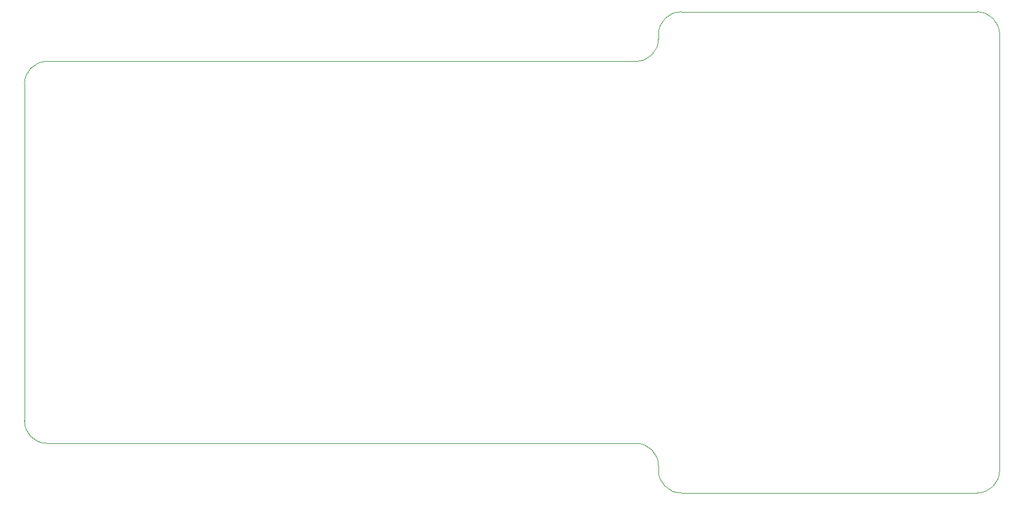
<source format=gko>
%FSLAX46Y46*%
%MOMM*%
%ADD10C,0.010000*%
G01*
%LPD*%
G01*
%LPD*%
D10*
X-42800000Y-23815000D02*
X-42800000Y23815000D01*
D10*
X-39625000Y26990000D02*
X43625000Y26990000D01*
D10*
X46800000Y30165000D02*
X46800000Y30825000D01*
D10*
X49975000Y34000000D02*
X91825002Y34000000D01*
D10*
X95000002Y30824999D02*
X95000000Y-30825000D01*
D10*
X91825000Y-34000000D02*
X49975000Y-34000000D01*
D10*
X46800000Y-30825000D02*
X46800000Y-30165000D01*
D10*
X43625000Y-26990000D02*
X-39625000Y-26990000D01*
G75*
D10*
G02*
X-39625000Y-26990000D02*
X-42800000Y-23815000I0J3175000D01*
D10*
G02*
X-42800000Y23815000D02*
X-39625000Y26990000I3175000J0D01*
D10*
G03*
X43625000Y26990000D02*
X46800000Y30165000I0J3175000D01*
D10*
G02*
X46800000Y30825000D02*
X49975000Y34000000I3175000J0D01*
D10*
G02*
X91825002Y34000000D02*
X95000002Y30824999I0J-3175001D01*
D10*
G02*
X95000000Y-30825000D02*
X91825000Y-34000000I-3175000J0D01*
D10*
G02*
X49975000Y-34000000D02*
X46800000Y-30825000I0J3175000D01*
D10*
G03*
X46800000Y-30165000D02*
X43625000Y-26990000I-3175000J0D01*
M02*

</source>
